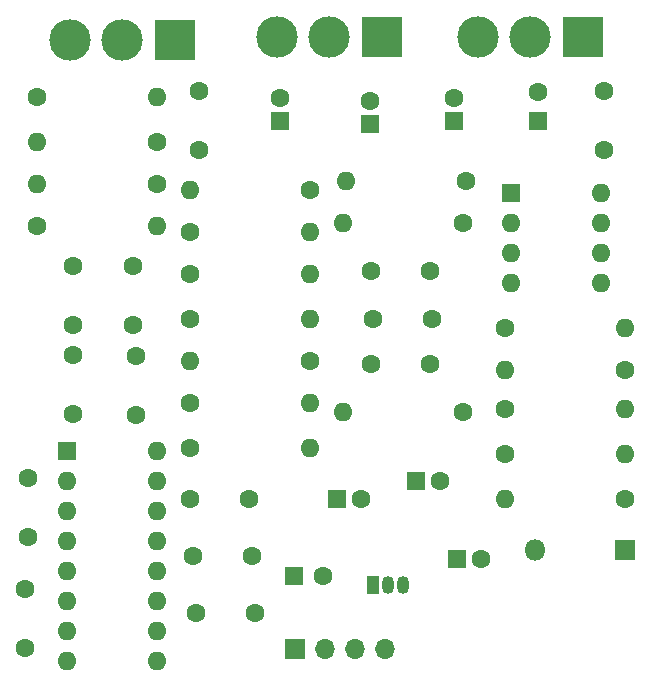
<source format=gbr>
%TF.GenerationSoftware,KiCad,Pcbnew,7.0.11+dfsg-1build4*%
%TF.CreationDate,2026-01-27T21:05:07-05:00*%
%TF.ProjectId,deep_blue_delay,64656570-5f62-46c7-9565-5f64656c6179,rev?*%
%TF.SameCoordinates,Original*%
%TF.FileFunction,Soldermask,Top*%
%TF.FilePolarity,Negative*%
%FSLAX46Y46*%
G04 Gerber Fmt 4.6, Leading zero omitted, Abs format (unit mm)*
G04 Created by KiCad (PCBNEW 7.0.11+dfsg-1build4) date 2026-01-27 21:05:07*
%MOMM*%
%LPD*%
G01*
G04 APERTURE LIST*
%ADD10R,1.600000X1.600000*%
%ADD11C,1.600000*%
%ADD12R,1.700000X1.700000*%
%ADD13O,1.700000X1.700000*%
%ADD14O,1.600000X1.600000*%
%ADD15R,3.500120X3.500120*%
%ADD16C,3.500120*%
%ADD17R,1.800000X1.800000*%
%ADD18O,1.800000X1.800000*%
%ADD19R,1.050000X1.500000*%
%ADD20O,1.050000X1.500000*%
G04 APERTURE END LIST*
D10*
X128016000Y-91948000D03*
D11*
X130016000Y-91948000D03*
X131064000Y-76708000D03*
X136064000Y-76708000D03*
X101600000Y-99568000D03*
X101600000Y-104568000D03*
D10*
X124365000Y-98425000D03*
D11*
X126865000Y-98425000D03*
X101854000Y-90170000D03*
X101854000Y-95170000D03*
X135890000Y-72644000D03*
X130890000Y-72644000D03*
X105664000Y-79756000D03*
X105664000Y-84756000D03*
X115824000Y-96774000D03*
X120824000Y-96774000D03*
X115570000Y-91948000D03*
X120570000Y-91948000D03*
X110744000Y-77216000D03*
X110744000Y-72216000D03*
D10*
X145034000Y-59944000D03*
D11*
X145034000Y-57444000D03*
D10*
X134707621Y-90424000D03*
D11*
X136707621Y-90424000D03*
X135890000Y-80518000D03*
X130890000Y-80518000D03*
X105664000Y-77216000D03*
X105664000Y-72216000D03*
X116332000Y-57404000D03*
X116332000Y-62404000D03*
D10*
X123190000Y-59944000D03*
D11*
X123190000Y-57944000D03*
X110998000Y-84836000D03*
X110998000Y-79836000D03*
D10*
X137922000Y-59944000D03*
D11*
X137922000Y-57944000D03*
D12*
X124460000Y-104648000D03*
D13*
X127000000Y-104648000D03*
X129540000Y-104648000D03*
X132080000Y-104648000D03*
D11*
X138684000Y-84582000D03*
D14*
X128524000Y-84582000D03*
D11*
X102616000Y-57912000D03*
D14*
X112776000Y-57912000D03*
D11*
X142240000Y-88138000D03*
D14*
X152400000Y-88138000D03*
D11*
X152400000Y-91948000D03*
D14*
X142240000Y-91948000D03*
D11*
X138938000Y-65024000D03*
D14*
X128778000Y-65024000D03*
D11*
X138684000Y-68580000D03*
D14*
X128524000Y-68580000D03*
D11*
X112776000Y-61722000D03*
D14*
X102616000Y-61722000D03*
D11*
X142240000Y-77470000D03*
D14*
X152400000Y-77470000D03*
D11*
X142240000Y-84328000D03*
D14*
X152400000Y-84328000D03*
D11*
X115570000Y-83820000D03*
D14*
X125730000Y-83820000D03*
D11*
X115570000Y-76708000D03*
D14*
X125730000Y-76708000D03*
D11*
X152400000Y-81026000D03*
D14*
X142240000Y-81026000D03*
D11*
X125730000Y-80264000D03*
D14*
X115570000Y-80264000D03*
D11*
X115570000Y-72898000D03*
D14*
X125730000Y-72898000D03*
D11*
X112776000Y-65278000D03*
D14*
X102616000Y-65278000D03*
D11*
X125730000Y-65786000D03*
D14*
X115570000Y-65786000D03*
D11*
X115570000Y-69342000D03*
D14*
X125730000Y-69342000D03*
D11*
X102616000Y-68834000D03*
D14*
X112776000Y-68834000D03*
D11*
X115570000Y-87630000D03*
D14*
X125730000Y-87630000D03*
D15*
X131826000Y-52832000D03*
D16*
X127381000Y-52832000D03*
X122936000Y-52832000D03*
D15*
X114300000Y-53086000D03*
D16*
X109855000Y-53086000D03*
X105410000Y-53086000D03*
D10*
X105156000Y-87884000D03*
D14*
X105156000Y-90424000D03*
X105156000Y-92964000D03*
X105156000Y-95504000D03*
X105156000Y-98044000D03*
X105156000Y-100584000D03*
X105156000Y-103124000D03*
X105156000Y-105664000D03*
X112776000Y-105664000D03*
X112776000Y-103124000D03*
X112776000Y-100584000D03*
X112776000Y-98044000D03*
X112776000Y-95504000D03*
X112776000Y-92964000D03*
X112776000Y-90424000D03*
X112776000Y-87884000D03*
D10*
X142748000Y-66040000D03*
D14*
X142748000Y-68580000D03*
X142748000Y-71120000D03*
X142748000Y-73660000D03*
X150368000Y-73660000D03*
X150368000Y-71120000D03*
X150368000Y-68580000D03*
X150368000Y-66040000D03*
D15*
X148844000Y-52832000D03*
D16*
X144399000Y-52832000D03*
X139954000Y-52832000D03*
D11*
X150622000Y-57404000D03*
X150622000Y-62404000D03*
D10*
X130810000Y-60198000D03*
D11*
X130810000Y-58198000D03*
X116078000Y-101600000D03*
X121078000Y-101600000D03*
D10*
X138176000Y-97028000D03*
D11*
X140176000Y-97028000D03*
D17*
X152400000Y-96266000D03*
D18*
X144780000Y-96266000D03*
D19*
X131038600Y-99191400D03*
D20*
X132308600Y-99191400D03*
X133578600Y-99191400D03*
M02*

</source>
